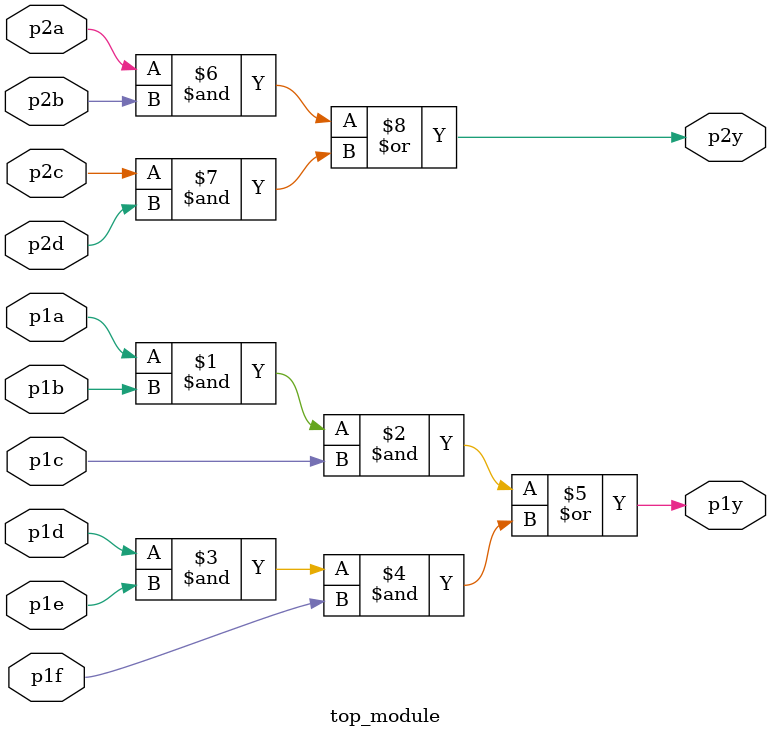
<source format=v>
module top_module ( 
    input p1a, p1b, p1c, p1d, p1e, p1f,
    output p1y,
    input p2a, p2b, p2c, p2d,
    output p2y
);
    assign p1y = (p1a & p1b & p1c) | (p1d & p1e & p1f);
    assign p2y = (p2a & p2b) | (p2c & p2d);
endmodule

</source>
